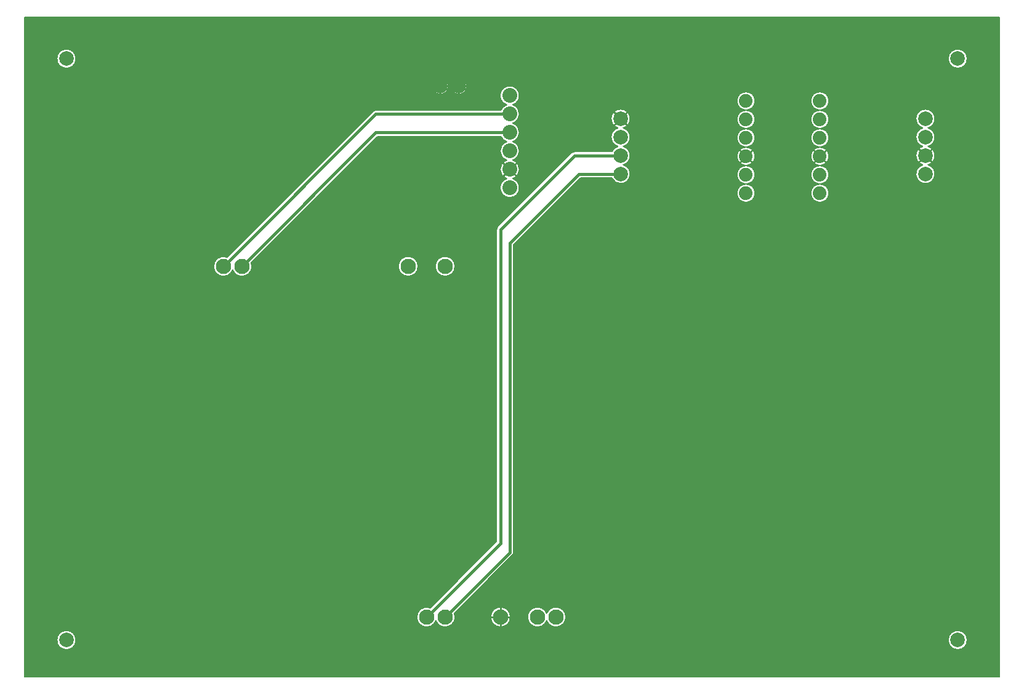
<source format=gbr>
G04 DesignSpark PCB Gerber Version 10.0 Build 5299*
G04 #@! TF.Part,Single*
G04 #@! TF.FileFunction,Copper,L1,Top*
G04 #@! TF.FilePolarity,Positive*
%FSLAX35Y35*%
%MOIN*%
%ADD10C,0.00500*%
%ADD11C,0.01000*%
%ADD12C,0.01772*%
G04 #@! TA.AperFunction,ComponentPad*
%ADD15C,0.07400*%
G04 #@! TA.AperFunction,WasherPad*
%ADD13C,0.07874*%
G04 #@! TA.AperFunction,ComponentPad*
%ADD16C,0.08000*%
G04 #@! TA.AperFunction,WasherPad*
%ADD14C,0.08268*%
G04 #@! TD.AperFunction*
X0Y0D02*
D02*
D10*
X2750Y360250D02*
Y2750D01*
X530250D01*
Y360250D01*
X2750D01*
X20063Y22750D02*
G75*
G02*
X30437I5187J0D01*
G01*
G75*
G02*
X20063I-5187J0D01*
G01*
Y337750D02*
G75*
G02*
X30437I5187J0D01*
G01*
G75*
G02*
X20063I-5187J0D01*
G01*
X265250Y323000D02*
G75*
G02*
X266851Y312750I0J-5250D01*
G01*
G75*
G02*
Y302750I-1601J-5000D01*
G01*
G75*
G02*
Y292750I-1601J-5000D01*
G01*
G75*
G02*
Y282750I-1601J-5000D01*
G01*
G75*
G02*
Y272750I-1601J-5000D01*
G01*
G75*
G02*
X265250Y262500I-1601J-5000D01*
G01*
G75*
G02*
X263649Y272750I0J5250D01*
G01*
G75*
G02*
Y282750I1601J5000D01*
G01*
G75*
G02*
Y292750I1601J5000D01*
G01*
G75*
G02*
X260454Y295614I1601J5000D01*
G01*
X193635D01*
X125255Y227234D01*
G75*
G02*
X115250Y223254I-5005J-1984D01*
G01*
G75*
G02*
X104866Y225250I-5000J1996D01*
G01*
G75*
G02*
X112234Y230255I5384J0D01*
G01*
X191237Y309258D01*
G75*
G02*
X192750Y309886I1513J-1508D01*
G01*
X260454D01*
G75*
G02*
X263649Y312750I4796J-2136D01*
G01*
G75*
G02*
X265250Y323000I1601J5000D01*
G01*
X204866Y225250D02*
G75*
G02*
X215634I5384J0D01*
G01*
G75*
G02*
X204866I-5384J0D01*
G01*
X325250Y310437D02*
G75*
G02*
X326630Y300250I0J-5187D01*
G01*
G75*
G02*
Y290250I-1380J-5000D01*
G01*
G75*
G02*
Y280250I-1380J-5000D01*
G01*
G75*
G02*
X325250Y270063I-1380J-5000D01*
G01*
G75*
G02*
X320523Y273114I0J5187D01*
G01*
X303635D01*
X267386Y236865D01*
Y70250D01*
G75*
G02*
X266758Y68737I-2136J0D01*
G01*
X235255Y37234D01*
G75*
G02*
X225250Y33254I-5005J-1984D01*
G01*
G75*
G02*
X214866Y35250I-5000J1996D01*
G01*
G75*
G02*
X222234Y40255I5384J0D01*
G01*
X258114Y76135D01*
Y245250D01*
G75*
G02*
X258742Y246763I2136J0D01*
G01*
X298737Y286758D01*
G75*
G02*
X300250Y287386I1513J-1508D01*
G01*
X320523D01*
G75*
G02*
X323870Y290250I4727J-2136D01*
G01*
G75*
G02*
Y300250I1380J5000D01*
G01*
G75*
G02*
X325250Y310437I1380J5000D01*
G01*
X285250Y37246D02*
G75*
G02*
X295634Y35250I5000J-1996D01*
G01*
G75*
G02*
X285250Y33254I-5384J0D01*
G01*
G75*
G02*
X274866Y35250I-5000J1996D01*
G01*
G75*
G02*
X285250Y37246I5384J0D01*
G01*
X254866Y35250D02*
G75*
G02*
X265634I5384J0D01*
G01*
G75*
G02*
X254866I-5384J0D01*
G01*
X224866Y225250D02*
G75*
G02*
X235634I5384J0D01*
G01*
G75*
G02*
X224866I-5384J0D01*
G01*
X223500Y322750D02*
G75*
G02*
X232000I4250J0D01*
G01*
G75*
G02*
X223500I-4250J0D01*
G01*
X233500D02*
G75*
G02*
X242000I4250J0D01*
G01*
G75*
G02*
X233500I-4250J0D01*
G01*
X388174Y264876D02*
G75*
G02*
X398074I4950J0D01*
G01*
G75*
G02*
X388174I-4950J0D01*
G01*
Y274876D02*
G75*
G02*
X398074I4950J0D01*
G01*
G75*
G02*
X388174I-4950J0D01*
G01*
Y284876D02*
G75*
G02*
X398074I4950J0D01*
G01*
G75*
G02*
X388174I-4950J0D01*
G01*
Y294876D02*
G75*
G02*
X398074I4950J0D01*
G01*
G75*
G02*
X388174I-4950J0D01*
G01*
Y304876D02*
G75*
G02*
X398074I4950J0D01*
G01*
G75*
G02*
X388174I-4950J0D01*
G01*
Y314876D02*
G75*
G02*
X398074I4950J0D01*
G01*
G75*
G02*
X388174I-4950J0D01*
G01*
X428174Y264876D02*
G75*
G02*
X438074I4950J0D01*
G01*
G75*
G02*
X428174I-4950J0D01*
G01*
Y274876D02*
G75*
G02*
X438074I4950J0D01*
G01*
G75*
G02*
X428174I-4950J0D01*
G01*
Y284876D02*
G75*
G02*
X438074I4950J0D01*
G01*
G75*
G02*
X428174I-4950J0D01*
G01*
Y294876D02*
G75*
G02*
X438074I4950J0D01*
G01*
G75*
G02*
X428174I-4950J0D01*
G01*
Y304876D02*
G75*
G02*
X438074I4950J0D01*
G01*
G75*
G02*
X428174I-4950J0D01*
G01*
Y314876D02*
G75*
G02*
X438074I4950J0D01*
G01*
G75*
G02*
X428174I-4950J0D01*
G01*
X490250Y310437D02*
G75*
G02*
X491630Y300250I0J-5187D01*
G01*
G75*
G02*
Y290250I-1380J-5000D01*
G01*
G75*
G02*
Y280250I-1380J-5000D01*
G01*
G75*
G02*
X490250Y270063I-1380J-5000D01*
G01*
G75*
G02*
X488870Y280250I0J5187D01*
G01*
G75*
G02*
Y290250I1380J5000D01*
G01*
G75*
G02*
Y300250I1380J5000D01*
G01*
G75*
G02*
X490250Y310437I1380J5000D01*
G01*
X502563Y22750D02*
G75*
G02*
X512937I5187J0D01*
G01*
G75*
G02*
X502563I-5187J0D01*
G01*
Y337750D02*
G75*
G02*
X512937I5187J0D01*
G01*
G75*
G02*
X502563I-5187J0D01*
G01*
X3000Y22750D02*
G36*
X3000Y22750D02*
Y3000D01*
X530000D01*
Y22750D01*
X512937D01*
G75*
G02*
X502563I-5187J0D01*
G01*
X30437D01*
G75*
G02*
X20063I-5187J0D01*
G01*
X3000D01*
G37*
Y35250D02*
G36*
X3000Y35250D02*
Y22750D01*
X20063D01*
G75*
G02*
X30437I5187J0D01*
G01*
X502563D01*
G75*
G02*
X512937I5187J0D01*
G01*
X530000D01*
Y35250D01*
X295634D01*
G75*
G02*
X285250Y33254I-5384J0D01*
G01*
G75*
G02*
X274866Y35250I-5000J1996D01*
G01*
X265634D01*
G75*
G02*
X254866I-5384J0D01*
G01*
X235634D01*
G75*
G02*
X225250Y33254I-5384J0D01*
G01*
G75*
G02*
X214866Y35250I-5000J1996D01*
G01*
X3000D01*
G37*
Y225250D02*
G36*
X3000Y225250D02*
Y35250D01*
X214866D01*
G75*
G02*
X222234Y40255I5384J0D01*
G01*
X258114Y76135D01*
Y225250D01*
X235634D01*
G75*
G02*
X224866I-5384J0D01*
G01*
X215634D01*
G75*
G02*
X204866I-5384J0D01*
G01*
X125634D01*
G75*
G02*
X115250Y223254I-5384J0D01*
G01*
G75*
G02*
X104866Y225250I-5000J1996D01*
G01*
X3000D01*
G37*
X235634Y35250D02*
G36*
X235634Y35250D02*
X254866D01*
G75*
G02*
X265634I5384J0D01*
G01*
X274866D01*
G75*
G02*
X285250Y37246I5384J0D01*
G01*
G75*
G02*
X295634Y35250I5000J-1996D01*
G01*
X530000D01*
Y225250D01*
X267386D01*
Y70250D01*
G75*
G02*
X266758Y68737I-2137J1D01*
G01*
X235255Y37234D01*
G75*
G02*
X235634Y35250I-5005J-1985D01*
G01*
G37*
X3000Y264876D02*
G36*
X3000Y264876D02*
Y225250D01*
X104866D01*
G75*
G02*
X112234Y230255I5384J0D01*
G01*
X146856Y264876D01*
X3000D01*
G37*
X125634Y225250D02*
G36*
X125634Y225250D02*
X204866D01*
G75*
G02*
X215634I5384J0D01*
G01*
X224866D01*
G75*
G02*
X235634I5384J0D01*
G01*
X258114D01*
Y245250D01*
G75*
G02*
X258742Y246763I2137J-1D01*
G01*
X276856Y264876D01*
X269643D01*
G75*
G02*
X265250Y262500I-4393J2874D01*
G01*
G75*
G02*
X260857Y264876I0J5250D01*
G01*
X162896D01*
X125255Y227234D01*
G75*
G02*
X125634Y225250I-5005J-1985D01*
G01*
G37*
X267386Y236865D02*
G36*
X267386Y236865D02*
Y225250D01*
X530000D01*
Y264876D01*
X438074D01*
G75*
G02*
X428174I-4950J0D01*
G01*
X398074D01*
G75*
G02*
X388174I-4950J0D01*
G01*
X295396D01*
X267386Y236865D01*
G37*
X3000Y271433D02*
G36*
X3000Y271433D02*
Y264876D01*
X146856D01*
X153413Y271433D01*
X3000D01*
G37*
X169454D02*
G36*
X169454Y271433D02*
X162896Y264876D01*
X260857D01*
G75*
G02*
X260000Y267750I4393J2874D01*
G01*
G75*
G02*
X261509Y271433I5250J0D01*
G01*
X169454D01*
G37*
X270500Y267750D02*
G36*
X270500Y267750D02*
G75*
G02*
X269643Y264876I-5250J0D01*
G01*
X276856D01*
X283413Y271433D01*
X268991D01*
G75*
G02*
X270500Y267750I-3741J-3683D01*
G01*
G37*
X301954Y271433D02*
G36*
X301954Y271433D02*
X295396Y264876D01*
X388174D01*
G75*
G02*
X398074I4950J0D01*
G01*
X428174D01*
G75*
G02*
X438074I4950J0D01*
G01*
X530000D01*
Y271433D01*
X493762D01*
G75*
G02*
X490250Y270063I-3512J3817D01*
G01*
G75*
G02*
X486738Y271433I0J5187D01*
G01*
X436681D01*
G75*
G02*
X429567I-3557J3443D01*
G01*
X396681D01*
G75*
G02*
X389567I-3557J3443D01*
G01*
X328762D01*
G75*
G02*
X325250Y270063I-3512J3817D01*
G01*
G75*
G02*
X321738Y271433I0J5187D01*
G01*
X301954D01*
G37*
X3000Y284876D02*
G36*
X3000Y284876D02*
Y271433D01*
X153413D01*
X166856Y284876D01*
X3000D01*
G37*
X182896D02*
G36*
X182896Y284876D02*
X169454Y271433D01*
X261509D01*
G75*
G02*
X263649Y272750I3741J-3683D01*
G01*
G75*
G02*
X260000Y277750I1601J5000D01*
G01*
G75*
G02*
X263649Y282750I5250J0D01*
G01*
G75*
G02*
X260857Y284876I1601J5000D01*
G01*
X182896D01*
G37*
X266851Y272750D02*
G36*
X266851Y272750D02*
G75*
G02*
X268991Y271433I-1601J-5000D01*
G01*
X283413D01*
X296856Y284876D01*
X269643D01*
G75*
G02*
X266851Y282750I-4393J2874D01*
G01*
G75*
G02*
X270500Y277750I-1601J-5000D01*
G01*
G75*
G02*
X266851Y272750I-5250J0D01*
G01*
G37*
X303635Y273114D02*
G36*
X303635Y273114D02*
X301954Y271433D01*
X321738D01*
G75*
G02*
X320523Y273114I3513J3817D01*
G01*
X303635D01*
G37*
X330424Y284876D02*
G36*
X330424Y284876D02*
G75*
G02*
X326630Y280250I-5174J374D01*
G01*
G75*
G02*
X330437Y275250I-1380J-5000D01*
G01*
G75*
G02*
X328762Y271433I-5187J0D01*
G01*
X389567D01*
G75*
G02*
X388174Y274876I3557J3443D01*
G01*
G75*
G02*
X398074I4950J0D01*
G01*
G75*
G02*
X396681Y271433I-4950J0D01*
G01*
X429567D01*
G75*
G02*
X428174Y274876I3557J3443D01*
G01*
G75*
G02*
X438074I4950J0D01*
G01*
G75*
G02*
X436681Y271433I-4950J0D01*
G01*
X486738D01*
G75*
G02*
X485063Y275250I3512J3817D01*
G01*
G75*
G02*
X488870Y280250I5187J0D01*
G01*
G75*
G02*
X485076Y284876I1380J5000D01*
G01*
X438074D01*
G75*
G02*
X428174I-4950J0D01*
G01*
X398074D01*
G75*
G02*
X388174I-4950J0D01*
G01*
X330424D01*
G37*
X495424D02*
G36*
X495424Y284876D02*
G75*
G02*
X491630Y280250I-5174J374D01*
G01*
G75*
G02*
X495437Y275250I-1380J-5000D01*
G01*
G75*
G02*
X493762Y271433I-5187J0D01*
G01*
X530000D01*
Y284876D01*
X495424D01*
G37*
X3000Y294876D02*
G36*
X3000Y294876D02*
Y284876D01*
X166856D01*
X176856Y294876D01*
X3000D01*
G37*
X192896D02*
G36*
X192896Y294876D02*
X182896Y284876D01*
X260857D01*
G75*
G02*
X260000Y287750I4394J2874D01*
G01*
G75*
G02*
X263649Y292750I5250J0D01*
G01*
G75*
G02*
X260856Y294876I1600J5000D01*
G01*
X192896D01*
G37*
X269643D02*
G36*
X269643Y294876D02*
G75*
G02*
X266851Y292750I-4393J2874D01*
G01*
G75*
G02*
X270500Y287750I-1601J-5000D01*
G01*
G75*
G02*
X269643Y284876I-5250J0D01*
G01*
X296856D01*
X298737Y286758D01*
G75*
G02*
X300250Y287386I1513J-1509D01*
G01*
X320523D01*
G75*
G02*
X323870Y290250I4725J-2134D01*
G01*
G75*
G02*
X320076Y294876I1380J5000D01*
G01*
X269643D01*
G37*
X330424D02*
G36*
X330424Y294876D02*
G75*
G02*
X326630Y290250I-5174J374D01*
G01*
G75*
G02*
X330437Y285250I-1380J-5000D01*
G01*
G75*
G02*
X330424Y284876I-5188J-2D01*
G01*
X388174D01*
G75*
G02*
X398074I4950J0D01*
G01*
X428174D01*
G75*
G02*
X438074I4950J0D01*
G01*
X485076D01*
G75*
G02*
X485063Y285250I5175J372D01*
G01*
G75*
G02*
X488870Y290250I5187J0D01*
G01*
G75*
G02*
X485076Y294876I1380J5000D01*
G01*
X438074D01*
G75*
G02*
X428174I-4950J0D01*
G01*
X398074D01*
G75*
G02*
X388174I-4950J0D01*
G01*
X330424D01*
G37*
X495424D02*
G36*
X495424Y294876D02*
G75*
G02*
X491630Y290250I-5174J374D01*
G01*
G75*
G02*
X495437Y285250I-1380J-5000D01*
G01*
G75*
G02*
X495424Y284876I-5188J-2D01*
G01*
X530000D01*
Y294876D01*
X495424D01*
G37*
X3000Y304876D02*
G36*
X3000Y304876D02*
Y294876D01*
X176856D01*
X186856Y304876D01*
X3000D01*
G37*
X193635Y295614D02*
G36*
X193635Y295614D02*
X192896Y294876D01*
X260856D01*
G75*
G02*
X260454Y295614I4393J2873D01*
G01*
X193635D01*
G37*
X269643Y304876D02*
G36*
X269643Y304876D02*
G75*
G02*
X266851Y302750I-4393J2874D01*
G01*
G75*
G02*
X270500Y297750I-1601J-5000D01*
G01*
G75*
G02*
X269643Y294876I-5250J0D01*
G01*
X320076D01*
G75*
G02*
X320063Y295250I5175J372D01*
G01*
G75*
G02*
X323870Y300250I5187J0D01*
G01*
G75*
G02*
X320076Y304876I1380J5000D01*
G01*
X269643D01*
G37*
X330424D02*
G36*
X330424Y304876D02*
G75*
G02*
X326630Y300250I-5174J374D01*
G01*
G75*
G02*
X330437Y295250I-1380J-5000D01*
G01*
G75*
G02*
X330424Y294876I-5188J-2D01*
G01*
X388174D01*
G75*
G02*
X398074I4950J0D01*
G01*
X428174D01*
G75*
G02*
X438074I4950J0D01*
G01*
X485076D01*
G75*
G02*
X485063Y295250I5175J372D01*
G01*
G75*
G02*
X488870Y300250I5187J0D01*
G01*
G75*
G02*
X485076Y304876I1380J5000D01*
G01*
X438074D01*
G75*
G02*
X428174I-4950J0D01*
G01*
X398074D01*
G75*
G02*
X388174I-4950J0D01*
G01*
X330424D01*
G37*
X495424D02*
G36*
X495424Y304876D02*
G75*
G02*
X491630Y300250I-5174J374D01*
G01*
G75*
G02*
X495437Y295250I-1380J-5000D01*
G01*
G75*
G02*
X495424Y294876I-5188J-2D01*
G01*
X530000D01*
Y304876D01*
X495424D01*
G37*
X3000Y314876D02*
G36*
X3000Y314876D02*
Y304876D01*
X186856D01*
X191237Y309258D01*
G75*
G02*
X192750Y309886I1513J-1509D01*
G01*
X260454D01*
G75*
G02*
X263649Y312750I4798J-2138D01*
G01*
G75*
G02*
X260857Y314876I1601J5000D01*
G01*
X3000D01*
G37*
X269643D02*
G36*
X269643Y314876D02*
G75*
G02*
X266851Y312750I-4393J2874D01*
G01*
G75*
G02*
X270500Y307750I-1601J-5000D01*
G01*
G75*
G02*
X269643Y304876I-5250J0D01*
G01*
X320076D01*
G75*
G02*
X320063Y305250I5174J372D01*
G01*
G75*
G02*
X325250Y310437I5187J0D01*
G01*
G75*
G02*
X330437Y305250I0J-5187D01*
G01*
G75*
G02*
X330424Y304876I-5187J-2D01*
G01*
X388174D01*
G75*
G02*
X398074I4950J0D01*
G01*
X428174D01*
G75*
G02*
X438074I4950J0D01*
G01*
X485076D01*
G75*
G02*
X485063Y305250I5174J372D01*
G01*
G75*
G02*
X490250Y310437I5187J0D01*
G01*
G75*
G02*
X495437Y305250I0J-5187D01*
G01*
G75*
G02*
X495424Y304876I-5187J-2D01*
G01*
X530000D01*
Y314876D01*
X438074D01*
G75*
G02*
X428174I-4950J0D01*
G01*
X398074D01*
G75*
G02*
X388174I-4950J0D01*
G01*
X269643D01*
G37*
X3000Y322750D02*
G36*
X3000Y322750D02*
Y314876D01*
X260857D01*
G75*
G02*
X260000Y317750I4394J2874D01*
G01*
G75*
G02*
X263649Y322750I5250J0D01*
G01*
X242000D01*
G75*
G02*
X233500I-4250J0D01*
G01*
X232000D01*
G75*
G02*
X223500I-4250J0D01*
G01*
X3000D01*
G37*
X270500Y317750D02*
G36*
X270500Y317750D02*
G75*
G02*
X269643Y314876I-5250J0D01*
G01*
X388174D01*
G75*
G02*
X398074I4950J0D01*
G01*
X428174D01*
G75*
G02*
X438074I4950J0D01*
G01*
X530000D01*
Y322750D01*
X266851D01*
G75*
G02*
X270500Y317750I-1601J-5000D01*
G01*
G37*
X3000Y337750D02*
G36*
X3000Y337750D02*
Y322750D01*
X223500D01*
G75*
G02*
X232000I4250J0D01*
G01*
X233500D01*
G75*
G02*
X242000I4250J0D01*
G01*
X263649D01*
G75*
G02*
X265250Y323000I1601J-5000D01*
G01*
G75*
G02*
X266851Y322750I0J-5250D01*
G01*
X530000D01*
Y337750D01*
X512937D01*
G75*
G02*
X502563I-5187J0D01*
G01*
X30437D01*
G75*
G02*
X20063I-5187J0D01*
G01*
X3000D01*
G37*
Y360000D02*
G36*
X3000Y360000D02*
Y337750D01*
X20063D01*
G75*
G02*
X30437I5187J0D01*
G01*
X502563D01*
G75*
G02*
X512937I5187J0D01*
G01*
X530000D01*
Y360000D01*
X3000D01*
G37*
D02*
D11*
X256616Y35250D02*
X254616D01*
X260250Y31616D02*
Y29616D01*
Y38884D02*
Y40884D01*
X262775Y275275D02*
X261361Y273861D01*
X262775Y280225D02*
X261361Y281639D01*
X263884Y35250D02*
X265884D01*
X267725Y275275D02*
X269139Y273861D01*
X267725Y280225D02*
X269139Y281639D01*
X322820Y302820D02*
X321406Y301406D01*
X322820Y307680D02*
X321406Y309094D01*
X327680Y302820D02*
X329094Y301406D01*
X327680Y307680D02*
X329094Y309094D01*
X390861Y282613D02*
X389447Y281199D01*
X390861Y287139D02*
X389447Y288553D01*
X395387Y282613D02*
X396801Y281199D01*
X395387Y287139D02*
X396801Y288553D01*
X430861Y282613D02*
X429447Y281199D01*
X430861Y287139D02*
X429447Y288553D01*
X435387Y282613D02*
X436801Y281199D01*
X435387Y287139D02*
X436801Y288553D01*
X487820Y282820D02*
X486406Y281406D01*
X487820Y287680D02*
X486406Y289094D01*
X492680Y282820D02*
X494094Y281406D01*
X492680Y287680D02*
X494094Y289094D01*
D02*
D12*
X110250Y225250D02*
X192750Y307750D01*
X265250D01*
X120250Y225250D02*
X192750Y297750D01*
X265250D01*
X325250Y275250D02*
X302750D01*
X265250Y237750D01*
Y70250D01*
X230250Y35250D01*
X325250Y285250D02*
X300250D01*
X260250Y245250D01*
Y75250D01*
X220250Y35250D01*
D02*
D13*
X25250Y22750D03*
Y337750D03*
X227750Y322750D03*
X237750D03*
X325250Y275250D03*
Y285250D03*
Y295250D03*
Y305250D03*
X490250Y275250D03*
Y285250D03*
Y295250D03*
Y305250D03*
X507750Y22750D03*
Y337750D03*
D02*
D14*
X110250Y225250D03*
X120250D03*
X210250D03*
X220250Y35250D03*
X230250D03*
Y225250D03*
X260250Y35250D03*
X280250D03*
X290250D03*
D02*
D15*
X393124Y264876D03*
Y274876D03*
Y284876D03*
Y294876D03*
Y304876D03*
Y314876D03*
X433124Y264876D03*
Y274876D03*
Y284876D03*
Y294876D03*
Y304876D03*
Y314876D03*
D02*
D16*
X265250Y267750D03*
Y277750D03*
Y287750D03*
Y297750D03*
Y307750D03*
Y317750D03*
X0Y0D02*
M02*

</source>
